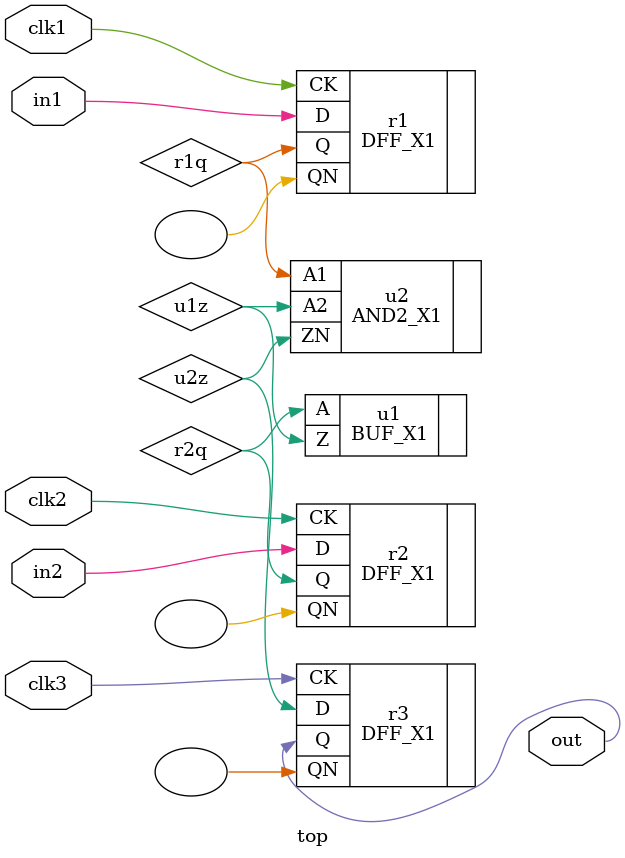
<source format=v>
module top (in1, in2, clk1, clk2, clk3, out);
  input in1, in2, clk1, clk2, clk3;
  output out;
  wire r1q, r2q, u1z, u2z;

  DFF_X1 r1 (.D(in1), .CK(clk1), .Q(r1q), .QN());
  DFF_X1 r2 (.D(in2), .CK(clk2), .Q(r2q), .QN());
  BUF_X1 u1 (.A(r2q), .Z(u1z));
  AND2_X1 u2 (.A1(r1q), .A2(u1z), .ZN(u2z));
  DFF_X1 r3 (.D(u2z), .CK(clk3), .Q(out), .QN());
endmodule // top

</source>
